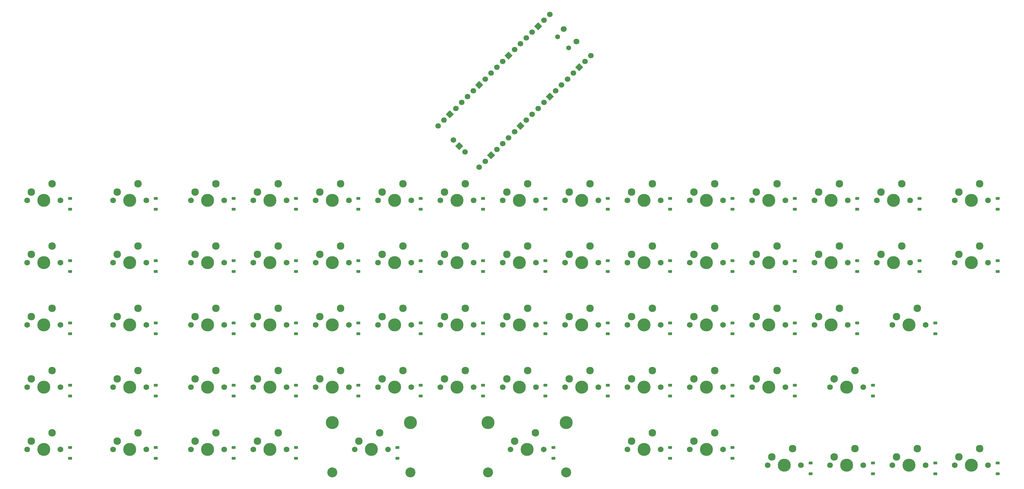
<source format=gbs>
G04 #@! TF.GenerationSoftware,KiCad,Pcbnew,8.0.4*
G04 #@! TF.CreationDate,2024-09-28T17:45:49-04:00*
G04 #@! TF.ProjectId,small-fry-pcb,736d616c-6c2d-4667-9279-2d7063622e6b,1.0*
G04 #@! TF.SameCoordinates,Original*
G04 #@! TF.FileFunction,Soldermask,Bot*
G04 #@! TF.FilePolarity,Negative*
%FSLAX46Y46*%
G04 Gerber Fmt 4.6, Leading zero omitted, Abs format (unit mm)*
G04 Created by KiCad (PCBNEW 8.0.4) date 2024-09-28 17:45:49*
%MOMM*%
%LPD*%
G01*
G04 APERTURE LIST*
G04 Aperture macros list*
%AMRoundRect*
0 Rectangle with rounded corners*
0 $1 Rounding radius*
0 $2 $3 $4 $5 $6 $7 $8 $9 X,Y pos of 4 corners*
0 Add a 4 corners polygon primitive as box body*
4,1,4,$2,$3,$4,$5,$6,$7,$8,$9,$2,$3,0*
0 Add four circle primitives for the rounded corners*
1,1,$1+$1,$2,$3*
1,1,$1+$1,$4,$5*
1,1,$1+$1,$6,$7*
1,1,$1+$1,$8,$9*
0 Add four rect primitives between the rounded corners*
20,1,$1+$1,$2,$3,$4,$5,0*
20,1,$1+$1,$4,$5,$6,$7,0*
20,1,$1+$1,$6,$7,$8,$9,0*
20,1,$1+$1,$8,$9,$2,$3,0*%
%AMHorizOval*
0 Thick line with rounded ends*
0 $1 width*
0 $2 $3 position (X,Y) of the first rounded end (center of the circle)*
0 $4 $5 position (X,Y) of the second rounded end (center of the circle)*
0 Add line between two ends*
20,1,$1,$2,$3,$4,$5,0*
0 Add two circle primitives to create the rounded ends*
1,1,$1,$2,$3*
1,1,$1,$4,$5*%
%AMRotRect*
0 Rectangle, with rotation*
0 The origin of the aperture is its center*
0 $1 length*
0 $2 width*
0 $3 Rotation angle, in degrees counterclockwise*
0 Add horizontal line*
21,1,$1,$2,0,0,$3*%
G04 Aperture macros list end*
%ADD10C,1.750000*%
%ADD11C,3.987800*%
%ADD12C,2.300000*%
%ADD13C,3.048000*%
%ADD14C,1.701800*%
%ADD15HorizOval,1.700000X0.000000X0.000000X0.000000X0.000000X0*%
%ADD16RotRect,1.700000X1.700000X315.000000*%
%ADD17HorizOval,1.800000X0.000000X0.000000X0.000000X0.000000X0*%
%ADD18HorizOval,1.500000X0.000000X0.000000X0.000000X0.000000X0*%
%ADD19RoundRect,0.225000X0.375000X-0.225000X0.375000X0.225000X-0.375000X0.225000X-0.375000X-0.225000X0*%
G04 APERTURE END LIST*
D10*
G04 #@! TO.C,MX51*
X183126250Y-136950000D03*
D11*
X188206250Y-136950000D03*
D10*
X193286250Y-136950000D03*
D12*
X184396250Y-134410000D03*
X190746250Y-131870000D03*
G04 #@! TD*
D10*
G04 #@! TO.C,MX44*
X321238750Y-117900000D03*
D11*
X326318750Y-117900000D03*
D10*
X331398750Y-117900000D03*
D12*
X322508750Y-115360000D03*
X328858750Y-112820000D03*
G04 #@! TD*
D10*
G04 #@! TO.C,MX11*
X259326250Y-79800000D03*
D11*
X264406250Y-79800000D03*
D10*
X269486250Y-79800000D03*
D12*
X260596250Y-77260000D03*
X266946250Y-74720000D03*
G04 #@! TD*
D10*
G04 #@! TO.C,MX23*
X202176250Y-98850000D03*
D11*
X207256250Y-98850000D03*
D10*
X212336250Y-98850000D03*
D12*
X203446250Y-96310000D03*
X209796250Y-93770000D03*
G04 #@! TD*
D10*
G04 #@! TO.C,MX32*
X83113750Y-117900000D03*
D11*
X88193750Y-117900000D03*
D10*
X93273750Y-117900000D03*
D12*
X84383750Y-115360000D03*
X90733750Y-112820000D03*
G04 #@! TD*
D10*
G04 #@! TO.C,MX59*
X83113750Y-156000000D03*
D11*
X88193750Y-156000000D03*
D10*
X93273750Y-156000000D03*
D12*
X84383750Y-153460000D03*
X90733750Y-150920000D03*
G04 #@! TD*
D10*
G04 #@! TO.C,MX2*
X83113750Y-79800000D03*
D11*
X88193750Y-79800000D03*
D10*
X93273750Y-79800000D03*
D12*
X84383750Y-77260000D03*
X90733750Y-74720000D03*
G04 #@! TD*
D10*
G04 #@! TO.C,MX1*
X56920000Y-79800000D03*
D11*
X62000000Y-79800000D03*
D10*
X67080000Y-79800000D03*
D12*
X58190000Y-77260000D03*
X64540000Y-74720000D03*
G04 #@! TD*
D10*
G04 #@! TO.C,MX54*
X240276250Y-136950000D03*
D11*
X245356250Y-136950000D03*
D10*
X250436250Y-136950000D03*
D12*
X241546250Y-134410000D03*
X247896250Y-131870000D03*
G04 #@! TD*
D10*
G04 #@! TO.C,MX5*
X145026250Y-79800000D03*
D11*
X150106250Y-79800000D03*
D10*
X155186250Y-79800000D03*
D12*
X146296250Y-77260000D03*
X152646250Y-74720000D03*
G04 #@! TD*
D10*
G04 #@! TO.C,MX45*
X56920000Y-136950000D03*
D11*
X62000000Y-136950000D03*
D10*
X67080000Y-136950000D03*
D12*
X58190000Y-134410000D03*
X64540000Y-131870000D03*
G04 #@! TD*
D11*
G04 #@! TO.C,MX62*
X150074500Y-147745000D03*
D13*
X150074500Y-162985000D03*
D14*
X156932500Y-156000000D03*
D11*
X162012500Y-156000000D03*
D14*
X167092500Y-156000000D03*
D11*
X173950500Y-147745000D03*
D13*
X173950500Y-162985000D03*
D12*
X158202500Y-153460000D03*
X164552500Y-150920000D03*
G04 #@! TD*
D10*
G04 #@! TO.C,MX66*
X283138750Y-160762500D03*
D11*
X288218750Y-160762500D03*
D10*
X293298750Y-160762500D03*
D12*
X284408750Y-158222500D03*
X290758750Y-155682500D03*
G04 #@! TD*
D10*
G04 #@! TO.C,MX50*
X164076250Y-136950000D03*
D11*
X169156250Y-136950000D03*
D10*
X174236250Y-136950000D03*
D12*
X165346250Y-134410000D03*
X171696250Y-131870000D03*
G04 #@! TD*
D10*
G04 #@! TO.C,MX65*
X259326250Y-156000000D03*
D11*
X264406250Y-156000000D03*
D10*
X269486250Y-156000000D03*
D12*
X260596250Y-153460000D03*
X266946250Y-150920000D03*
G04 #@! TD*
D10*
G04 #@! TO.C,MX34*
X125976250Y-117900000D03*
D11*
X131056250Y-117900000D03*
D10*
X136136250Y-117900000D03*
D12*
X127246250Y-115360000D03*
X133596250Y-112820000D03*
G04 #@! TD*
D10*
G04 #@! TO.C,MX12*
X278376250Y-79800000D03*
D11*
X283456250Y-79800000D03*
D10*
X288536250Y-79800000D03*
D12*
X279646250Y-77260000D03*
X285996250Y-74720000D03*
G04 #@! TD*
D10*
G04 #@! TO.C,MX35*
X145026250Y-117900000D03*
D11*
X150106250Y-117900000D03*
D10*
X155186250Y-117900000D03*
D12*
X146296250Y-115360000D03*
X152646250Y-112820000D03*
G04 #@! TD*
D10*
G04 #@! TO.C,MX46*
X83113750Y-136950000D03*
D11*
X88193750Y-136950000D03*
D10*
X93273750Y-136950000D03*
D12*
X84383750Y-134410000D03*
X90733750Y-131870000D03*
G04 #@! TD*
D10*
G04 #@! TO.C,MX9*
X221226250Y-79800000D03*
D11*
X226306250Y-79800000D03*
D10*
X231386250Y-79800000D03*
D12*
X222496250Y-77260000D03*
X228846250Y-74720000D03*
G04 #@! TD*
D10*
G04 #@! TO.C,MX18*
X106926250Y-98850000D03*
D11*
X112006250Y-98850000D03*
D10*
X117086250Y-98850000D03*
D12*
X108196250Y-96310000D03*
X114546250Y-93770000D03*
G04 #@! TD*
D10*
G04 #@! TO.C,MX57*
X302188750Y-136950000D03*
D11*
X307268750Y-136950000D03*
D10*
X312348750Y-136950000D03*
D12*
X303458750Y-134410000D03*
X309808750Y-131870000D03*
G04 #@! TD*
D10*
G04 #@! TO.C,MX43*
X297426250Y-117900000D03*
D11*
X302506250Y-117900000D03*
D10*
X307586250Y-117900000D03*
D12*
X298696250Y-115360000D03*
X305046250Y-112820000D03*
G04 #@! TD*
D10*
G04 #@! TO.C,MX3*
X106926250Y-79800000D03*
D11*
X112006250Y-79800000D03*
D10*
X117086250Y-79800000D03*
D12*
X108196250Y-77260000D03*
X114546250Y-74720000D03*
G04 #@! TD*
D10*
G04 #@! TO.C,MX31*
X56920000Y-117900000D03*
D11*
X62000000Y-117900000D03*
D10*
X67080000Y-117900000D03*
D12*
X58190000Y-115360000D03*
X64540000Y-112820000D03*
G04 #@! TD*
D10*
G04 #@! TO.C,MX37*
X183126250Y-117900000D03*
D11*
X188206250Y-117900000D03*
D10*
X193286250Y-117900000D03*
D12*
X184396250Y-115360000D03*
X190746250Y-112820000D03*
G04 #@! TD*
D10*
G04 #@! TO.C,MX17*
X83113750Y-98850000D03*
D11*
X88193750Y-98850000D03*
D10*
X93273750Y-98850000D03*
D12*
X84383750Y-96310000D03*
X90733750Y-93770000D03*
G04 #@! TD*
D10*
G04 #@! TO.C,MX36*
X164076250Y-117900000D03*
D11*
X169156250Y-117900000D03*
D10*
X174236250Y-117900000D03*
D12*
X165346250Y-115360000D03*
X171696250Y-112820000D03*
G04 #@! TD*
D15*
G04 #@! TO.C,U1*
X190692249Y-64927494D03*
D16*
X188896199Y-63131442D03*
D15*
X187100148Y-61335390D03*
X229144717Y-35455283D03*
X227348665Y-37251335D03*
D16*
X225552614Y-39047385D03*
D15*
X223756563Y-40843437D03*
X221960512Y-42639488D03*
X220164460Y-44435539D03*
X218368410Y-46231590D03*
D16*
X216572358Y-48027641D03*
D15*
X214776307Y-49823692D03*
X212980256Y-51619744D03*
X211184205Y-53415795D03*
X209388153Y-55211846D03*
D16*
X207592103Y-57007897D03*
D15*
X205796051Y-58803949D03*
X204000000Y-60600000D03*
X202203949Y-62396051D03*
X200407898Y-64192102D03*
D16*
X198611846Y-65988153D03*
D15*
X196815795Y-67784205D03*
X195019744Y-69580256D03*
X182447385Y-57007897D03*
X184243437Y-55211845D03*
D16*
X186039488Y-53415795D03*
D15*
X187835539Y-51619743D03*
X189631590Y-49823692D03*
X191427642Y-48027641D03*
X193223692Y-46231590D03*
D16*
X195019744Y-44435539D03*
D15*
X196815795Y-42639488D03*
X198611846Y-40843436D03*
X200407897Y-39047385D03*
X202203949Y-37251334D03*
D16*
X203999999Y-35455283D03*
D15*
X205796051Y-33659231D03*
X207592102Y-31863180D03*
X209388153Y-30067129D03*
X211184204Y-28271078D03*
D16*
X212980256Y-26475027D03*
D15*
X214776307Y-24678975D03*
X216572358Y-22882924D03*
D17*
X224693480Y-31187893D03*
D18*
X222338815Y-33118295D03*
X218909346Y-29688826D03*
D17*
X220839748Y-27334161D03*
G04 #@! TD*
D10*
G04 #@! TO.C,MX47*
X106926250Y-136950000D03*
D11*
X112006250Y-136950000D03*
D10*
X117086250Y-136950000D03*
D12*
X108196250Y-134410000D03*
X114546250Y-131870000D03*
G04 #@! TD*
D10*
G04 #@! TO.C,MX25*
X240276250Y-98850000D03*
D11*
X245356250Y-98850000D03*
D10*
X250436250Y-98850000D03*
D12*
X241546250Y-96310000D03*
X247896250Y-93770000D03*
G04 #@! TD*
D10*
G04 #@! TO.C,MX61*
X125976250Y-156000000D03*
D11*
X131056250Y-156000000D03*
D10*
X136136250Y-156000000D03*
D12*
X127246250Y-153460000D03*
X133596250Y-150920000D03*
G04 #@! TD*
D10*
G04 #@! TO.C,MX26*
X259326250Y-98850000D03*
D11*
X264406250Y-98850000D03*
D10*
X269486250Y-98850000D03*
D12*
X260596250Y-96310000D03*
X266946250Y-93770000D03*
G04 #@! TD*
D10*
G04 #@! TO.C,MX15*
X340288750Y-79800000D03*
D11*
X345368750Y-79800000D03*
D10*
X350448750Y-79800000D03*
D12*
X341558750Y-77260000D03*
X347908750Y-74720000D03*
G04 #@! TD*
D10*
G04 #@! TO.C,MX58*
X56920000Y-156000000D03*
D11*
X62000000Y-156000000D03*
D10*
X67080000Y-156000000D03*
D12*
X58190000Y-153460000D03*
X64540000Y-150920000D03*
G04 #@! TD*
D11*
G04 #@! TO.C,MX63*
X197699500Y-147745000D03*
D13*
X197699500Y-162985000D03*
D14*
X204557500Y-156000000D03*
D11*
X209637500Y-156000000D03*
D14*
X214717500Y-156000000D03*
D11*
X221575500Y-147745000D03*
D13*
X221575500Y-162985000D03*
D12*
X205827500Y-153460000D03*
X212177500Y-150920000D03*
G04 #@! TD*
D10*
G04 #@! TO.C,MX28*
X297426250Y-98850000D03*
D11*
X302506250Y-98850000D03*
D10*
X307586250Y-98850000D03*
D12*
X298696250Y-96310000D03*
X305046250Y-93770000D03*
G04 #@! TD*
D10*
G04 #@! TO.C,MX8*
X202176250Y-79800000D03*
D11*
X207256250Y-79800000D03*
D10*
X212336250Y-79800000D03*
D12*
X203446250Y-77260000D03*
X209796250Y-74720000D03*
G04 #@! TD*
D10*
G04 #@! TO.C,MX10*
X240276250Y-79800000D03*
D11*
X245356250Y-79800000D03*
D10*
X250436250Y-79800000D03*
D12*
X241546250Y-77260000D03*
X247896250Y-74720000D03*
G04 #@! TD*
D10*
G04 #@! TO.C,MX53*
X221226250Y-136950000D03*
D11*
X226306250Y-136950000D03*
D10*
X231386250Y-136950000D03*
D12*
X222496250Y-134410000D03*
X228846250Y-131870000D03*
G04 #@! TD*
D10*
G04 #@! TO.C,MX64*
X240276250Y-156000000D03*
D11*
X245356250Y-156000000D03*
D10*
X250436250Y-156000000D03*
D12*
X241546250Y-153460000D03*
X247896250Y-150920000D03*
G04 #@! TD*
D10*
G04 #@! TO.C,MX49*
X145026250Y-136950000D03*
D11*
X150106250Y-136950000D03*
D10*
X155186250Y-136950000D03*
D12*
X146296250Y-134410000D03*
X152646250Y-131870000D03*
G04 #@! TD*
D10*
G04 #@! TO.C,MX27*
X278376250Y-98850000D03*
D11*
X283456250Y-98850000D03*
D10*
X288536250Y-98850000D03*
D12*
X279646250Y-96310000D03*
X285996250Y-93770000D03*
G04 #@! TD*
D10*
G04 #@! TO.C,MX33*
X106926250Y-117900000D03*
D11*
X112006250Y-117900000D03*
D10*
X117086250Y-117900000D03*
D12*
X108196250Y-115360000D03*
X114546250Y-112820000D03*
G04 #@! TD*
D10*
G04 #@! TO.C,MX21*
X164076250Y-98850000D03*
D11*
X169156250Y-98850000D03*
D10*
X174236250Y-98850000D03*
D12*
X165346250Y-96310000D03*
X171696250Y-93770000D03*
G04 #@! TD*
D10*
G04 #@! TO.C,MX19*
X125976250Y-98850000D03*
D11*
X131056250Y-98850000D03*
D10*
X136136250Y-98850000D03*
D12*
X127246250Y-96310000D03*
X133596250Y-93770000D03*
G04 #@! TD*
D10*
G04 #@! TO.C,MX55*
X259326250Y-136950000D03*
D11*
X264406250Y-136950000D03*
D10*
X269486250Y-136950000D03*
D12*
X260596250Y-134410000D03*
X266946250Y-131870000D03*
G04 #@! TD*
D10*
G04 #@! TO.C,MX29*
X316476250Y-98850000D03*
D11*
X321556250Y-98850000D03*
D10*
X326636250Y-98850000D03*
D12*
X317746250Y-96310000D03*
X324096250Y-93770000D03*
G04 #@! TD*
D10*
G04 #@! TO.C,MX7*
X183126250Y-79800000D03*
D11*
X188206250Y-79800000D03*
D10*
X193286250Y-79800000D03*
D12*
X184396250Y-77260000D03*
X190746250Y-74720000D03*
G04 #@! TD*
D10*
G04 #@! TO.C,MX13*
X297426250Y-79800000D03*
D11*
X302506250Y-79800000D03*
D10*
X307586250Y-79800000D03*
D12*
X298696250Y-77260000D03*
X305046250Y-74720000D03*
G04 #@! TD*
D10*
G04 #@! TO.C,MX4*
X125976250Y-79800000D03*
D11*
X131056250Y-79800000D03*
D10*
X136136250Y-79800000D03*
D12*
X127246250Y-77260000D03*
X133596250Y-74720000D03*
G04 #@! TD*
D10*
G04 #@! TO.C,MX41*
X259326250Y-117900000D03*
D11*
X264406250Y-117900000D03*
D10*
X269486250Y-117900000D03*
D12*
X260596250Y-115360000D03*
X266946250Y-112820000D03*
G04 #@! TD*
D10*
G04 #@! TO.C,MX52*
X202176250Y-136950000D03*
D11*
X207256250Y-136950000D03*
D10*
X212336250Y-136950000D03*
D12*
X203446250Y-134410000D03*
X209796250Y-131870000D03*
G04 #@! TD*
D10*
G04 #@! TO.C,MX16*
X56920000Y-98850000D03*
D11*
X62000000Y-98850000D03*
D10*
X67080000Y-98850000D03*
D12*
X58190000Y-96310000D03*
X64540000Y-93770000D03*
G04 #@! TD*
D10*
G04 #@! TO.C,MX20*
X145026250Y-98850000D03*
D11*
X150106250Y-98850000D03*
D10*
X155186250Y-98850000D03*
D12*
X146296250Y-96310000D03*
X152646250Y-93770000D03*
G04 #@! TD*
D10*
G04 #@! TO.C,MX69*
X340288750Y-160762500D03*
D11*
X345368750Y-160762500D03*
D10*
X350448750Y-160762500D03*
D12*
X341558750Y-158222500D03*
X347908750Y-155682500D03*
G04 #@! TD*
D10*
G04 #@! TO.C,MX6*
X164076250Y-79800000D03*
D11*
X169156250Y-79800000D03*
D10*
X174236250Y-79800000D03*
D12*
X165346250Y-77260000D03*
X171696250Y-74720000D03*
G04 #@! TD*
D10*
G04 #@! TO.C,MX38*
X202176250Y-117900000D03*
D11*
X207256250Y-117900000D03*
D10*
X212336250Y-117900000D03*
D12*
X203446250Y-115360000D03*
X209796250Y-112820000D03*
G04 #@! TD*
D10*
G04 #@! TO.C,MX68*
X321238750Y-160762500D03*
D11*
X326318750Y-160762500D03*
D10*
X331398750Y-160762500D03*
D12*
X322508750Y-158222500D03*
X328858750Y-155682500D03*
G04 #@! TD*
D10*
G04 #@! TO.C,MX42*
X278376250Y-117900000D03*
D11*
X283456250Y-117900000D03*
D10*
X288536250Y-117900000D03*
D12*
X279646250Y-115360000D03*
X285996250Y-112820000D03*
G04 #@! TD*
D10*
G04 #@! TO.C,MX60*
X106926250Y-156000000D03*
D11*
X112006250Y-156000000D03*
D10*
X117086250Y-156000000D03*
D12*
X108196250Y-153460000D03*
X114546250Y-150920000D03*
G04 #@! TD*
D10*
G04 #@! TO.C,MX48*
X125976250Y-136950000D03*
D11*
X131056250Y-136950000D03*
D10*
X136136250Y-136950000D03*
D12*
X127246250Y-134410000D03*
X133596250Y-131870000D03*
G04 #@! TD*
D10*
G04 #@! TO.C,MX67*
X302188750Y-160762500D03*
D11*
X307268750Y-160762500D03*
D10*
X312348750Y-160762500D03*
D12*
X303458750Y-158222500D03*
X309808750Y-155682500D03*
G04 #@! TD*
D10*
G04 #@! TO.C,MX40*
X240276250Y-117900000D03*
D11*
X245356250Y-117900000D03*
D10*
X250436250Y-117900000D03*
D12*
X241546250Y-115360000D03*
X247896250Y-112820000D03*
G04 #@! TD*
D10*
G04 #@! TO.C,MX39*
X221226250Y-117900000D03*
D11*
X226306250Y-117900000D03*
D10*
X231386250Y-117900000D03*
D12*
X222496250Y-115360000D03*
X228846250Y-112820000D03*
G04 #@! TD*
D10*
G04 #@! TO.C,MX30*
X340288750Y-98850000D03*
D11*
X345368750Y-98850000D03*
D10*
X350448750Y-98850000D03*
D12*
X341558750Y-96310000D03*
X347908750Y-93770000D03*
G04 #@! TD*
D10*
G04 #@! TO.C,MX56*
X278376250Y-136950000D03*
D11*
X283456250Y-136950000D03*
D10*
X288536250Y-136950000D03*
D12*
X279646250Y-134410000D03*
X285996250Y-131870000D03*
G04 #@! TD*
D10*
G04 #@! TO.C,MX14*
X316476250Y-79800000D03*
D11*
X321556250Y-79800000D03*
D10*
X326636250Y-79800000D03*
D12*
X317746250Y-77260000D03*
X324096250Y-74720000D03*
G04 #@! TD*
D10*
G04 #@! TO.C,MX24*
X221226250Y-98850000D03*
D11*
X226306250Y-98850000D03*
D10*
X231386250Y-98850000D03*
D12*
X222496250Y-96310000D03*
X228846250Y-93770000D03*
G04 #@! TD*
D10*
G04 #@! TO.C,MX22*
X183126250Y-98850000D03*
D11*
X188206250Y-98850000D03*
D10*
X193286250Y-98850000D03*
D12*
X184396250Y-96310000D03*
X190746250Y-93770000D03*
G04 #@! TD*
D19*
G04 #@! TO.C,D29*
X329556250Y-101500000D03*
X329556250Y-98200000D03*
G04 #@! TD*
G04 #@! TO.C,D30*
X353368750Y-101500000D03*
X353368750Y-98200000D03*
G04 #@! TD*
G04 #@! TO.C,D55*
X272406250Y-139600000D03*
X272406250Y-136300000D03*
G04 #@! TD*
G04 #@! TO.C,D11*
X272406250Y-82450000D03*
X272406250Y-79150000D03*
G04 #@! TD*
G04 #@! TO.C,D20*
X158106250Y-101500000D03*
X158106250Y-98200000D03*
G04 #@! TD*
G04 #@! TO.C,D25*
X253356250Y-101500000D03*
X253356250Y-98200000D03*
G04 #@! TD*
G04 #@! TO.C,D63*
X217637500Y-158650000D03*
X217637500Y-155350000D03*
G04 #@! TD*
G04 #@! TO.C,D18*
X120006250Y-101500000D03*
X120006250Y-98200000D03*
G04 #@! TD*
G04 #@! TO.C,D60*
X120006250Y-158650000D03*
X120006250Y-155350000D03*
G04 #@! TD*
G04 #@! TO.C,D26*
X272406250Y-101500000D03*
X272406250Y-98200000D03*
G04 #@! TD*
G04 #@! TO.C,D6*
X177156250Y-82450000D03*
X177156250Y-79150000D03*
G04 #@! TD*
G04 #@! TO.C,D34*
X139056250Y-120550000D03*
X139056250Y-117250000D03*
G04 #@! TD*
G04 #@! TO.C,D32*
X96193750Y-120550000D03*
X96193750Y-117250000D03*
G04 #@! TD*
G04 #@! TO.C,D57*
X315268750Y-139600000D03*
X315268750Y-136300000D03*
G04 #@! TD*
G04 #@! TO.C,D41*
X272406250Y-120550000D03*
X272406250Y-117250000D03*
G04 #@! TD*
G04 #@! TO.C,D35*
X158106250Y-120550000D03*
X158106250Y-117250000D03*
G04 #@! TD*
G04 #@! TO.C,D56*
X291456250Y-139600000D03*
X291456250Y-136300000D03*
G04 #@! TD*
G04 #@! TO.C,D47*
X120006250Y-139600000D03*
X120006250Y-136300000D03*
G04 #@! TD*
G04 #@! TO.C,D4*
X139056250Y-82450000D03*
X139056250Y-79150000D03*
G04 #@! TD*
G04 #@! TO.C,D24*
X234306250Y-101500000D03*
X234306250Y-98200000D03*
G04 #@! TD*
G04 #@! TO.C,D40*
X253356250Y-120550000D03*
X253356250Y-117250000D03*
G04 #@! TD*
G04 #@! TO.C,D44*
X334318750Y-120550000D03*
X334318750Y-117250000D03*
G04 #@! TD*
G04 #@! TO.C,D9*
X234306250Y-82450000D03*
X234306250Y-79150000D03*
G04 #@! TD*
G04 #@! TO.C,D2*
X96193750Y-82450000D03*
X96193750Y-79150000D03*
G04 #@! TD*
G04 #@! TO.C,D54*
X253356250Y-139600000D03*
X253356250Y-136300000D03*
G04 #@! TD*
G04 #@! TO.C,D65*
X272406250Y-158650000D03*
X272406250Y-155350000D03*
G04 #@! TD*
G04 #@! TO.C,D64*
X253356250Y-158650000D03*
X253356250Y-155350000D03*
G04 #@! TD*
G04 #@! TO.C,D59*
X96193750Y-158650000D03*
X96193750Y-155350000D03*
G04 #@! TD*
G04 #@! TO.C,D67*
X315268750Y-163412500D03*
X315268750Y-160112500D03*
G04 #@! TD*
G04 #@! TO.C,D21*
X177156250Y-101500000D03*
X177156250Y-98200000D03*
G04 #@! TD*
G04 #@! TO.C,D27*
X291456250Y-101500000D03*
X291456250Y-98200000D03*
G04 #@! TD*
G04 #@! TO.C,D53*
X234306250Y-139600000D03*
X234306250Y-136300000D03*
G04 #@! TD*
G04 #@! TO.C,D52*
X215256250Y-139600000D03*
X215256250Y-136300000D03*
G04 #@! TD*
G04 #@! TO.C,D31*
X70000000Y-120550000D03*
X70000000Y-117250000D03*
G04 #@! TD*
G04 #@! TO.C,D38*
X215256250Y-120550000D03*
X215256250Y-117250000D03*
G04 #@! TD*
G04 #@! TO.C,D14*
X329556250Y-82450000D03*
X329556250Y-79150000D03*
G04 #@! TD*
G04 #@! TO.C,D22*
X196206250Y-101500000D03*
X196206250Y-98200000D03*
G04 #@! TD*
G04 #@! TO.C,D12*
X291456250Y-82450000D03*
X291456250Y-79150000D03*
G04 #@! TD*
G04 #@! TO.C,D58*
X70000000Y-158650000D03*
X70000000Y-155350000D03*
G04 #@! TD*
G04 #@! TO.C,D50*
X177156250Y-139600000D03*
X177156250Y-136300000D03*
G04 #@! TD*
G04 #@! TO.C,D17*
X96193750Y-101500000D03*
X96193750Y-98200000D03*
G04 #@! TD*
G04 #@! TO.C,D10*
X253356250Y-82450000D03*
X253356250Y-79150000D03*
G04 #@! TD*
G04 #@! TO.C,D43*
X310506250Y-120550000D03*
X310506250Y-117250000D03*
G04 #@! TD*
G04 #@! TO.C,D49*
X158106250Y-139600000D03*
X158106250Y-136300000D03*
G04 #@! TD*
G04 #@! TO.C,D51*
X196206250Y-139600000D03*
X196206250Y-136300000D03*
G04 #@! TD*
G04 #@! TO.C,D3*
X120006250Y-82450000D03*
X120006250Y-79150000D03*
G04 #@! TD*
G04 #@! TO.C,D66*
X296218750Y-163412500D03*
X296218750Y-160112500D03*
G04 #@! TD*
G04 #@! TO.C,D45*
X70000000Y-139600000D03*
X70000000Y-136300000D03*
G04 #@! TD*
G04 #@! TO.C,D15*
X353368750Y-82450000D03*
X353368750Y-79150000D03*
G04 #@! TD*
G04 #@! TO.C,D42*
X291456250Y-120550000D03*
X291456250Y-117250000D03*
G04 #@! TD*
G04 #@! TO.C,D48*
X139056250Y-139600000D03*
X139056250Y-136300000D03*
G04 #@! TD*
G04 #@! TO.C,D1*
X70000000Y-82450000D03*
X70000000Y-79150000D03*
G04 #@! TD*
G04 #@! TO.C,D68*
X334318750Y-163412500D03*
X334318750Y-160112500D03*
G04 #@! TD*
G04 #@! TO.C,D61*
X139056250Y-158650000D03*
X139056250Y-155350000D03*
G04 #@! TD*
G04 #@! TO.C,D19*
X139056250Y-101500000D03*
X139056250Y-98200000D03*
G04 #@! TD*
G04 #@! TO.C,D69*
X353368750Y-163412500D03*
X353368750Y-160112500D03*
G04 #@! TD*
G04 #@! TO.C,D16*
X70000000Y-101500000D03*
X70000000Y-98200000D03*
G04 #@! TD*
G04 #@! TO.C,D5*
X158106250Y-82450000D03*
X158106250Y-79150000D03*
G04 #@! TD*
G04 #@! TO.C,D33*
X120006250Y-120550000D03*
X120006250Y-117250000D03*
G04 #@! TD*
G04 #@! TO.C,D8*
X215256250Y-82450000D03*
X215256250Y-79150000D03*
G04 #@! TD*
G04 #@! TO.C,D37*
X196206250Y-120550000D03*
X196206250Y-117250000D03*
G04 #@! TD*
G04 #@! TO.C,D46*
X96193750Y-139600000D03*
X96193750Y-136300000D03*
G04 #@! TD*
G04 #@! TO.C,D62*
X170012500Y-158650000D03*
X170012500Y-155350000D03*
G04 #@! TD*
G04 #@! TO.C,D39*
X234306250Y-120550000D03*
X234306250Y-117250000D03*
G04 #@! TD*
G04 #@! TO.C,D7*
X196206250Y-82450000D03*
X196206250Y-79150000D03*
G04 #@! TD*
G04 #@! TO.C,D23*
X215256250Y-101500000D03*
X215256250Y-98200000D03*
G04 #@! TD*
G04 #@! TO.C,D28*
X310506250Y-101500000D03*
X310506250Y-98200000D03*
G04 #@! TD*
G04 #@! TO.C,D13*
X310506250Y-82450000D03*
X310506250Y-79150000D03*
G04 #@! TD*
G04 #@! TO.C,D36*
X177156250Y-120550000D03*
X177156250Y-117250000D03*
G04 #@! TD*
M02*

</source>
